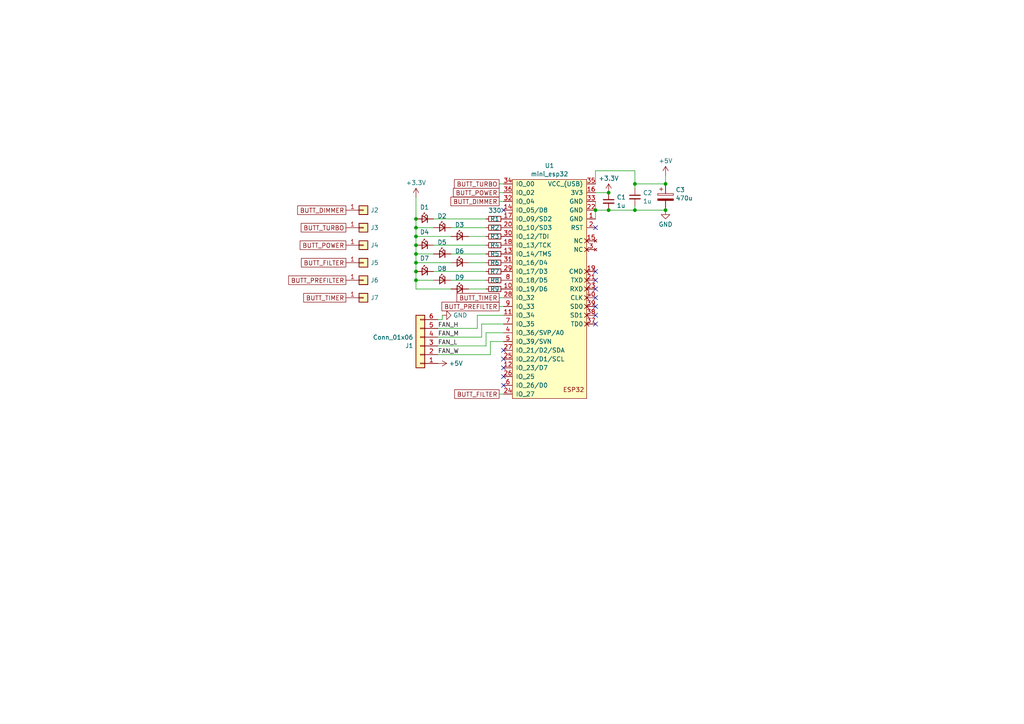
<source format=kicad_sch>
(kicad_sch (version 20230121) (generator eeschema)
  (paper "A4")
  (lib_symbols
    (symbol "Connector_Generic:Conn_01x01" (pin_names (offset 1.016) hide)
      (property "Reference" "J" (at 0 2.54 0))
      (property "Value" "Conn_01x01" (at 0 -2.54 0))
      (symbol "Conn_01x01_1_1"
        (rectangle (start -1.27 0.127) (end 0 -0.127) (stroke (width 0.1524)))
        (rectangle (start -1.27 1.27) (end 1.27 -1.27) (stroke (width 0.254)) (fill (type background)))
        (pin passive line (at -5.08 0 0) (length 3.81) (name "Pin_1") (number "1"))
      )
    )
    (symbol "Connector_Generic:Conn_01x06" (pin_names (offset 1.016) hide)
      (property "Reference" "J" (at 0 7.62 0))
      (property "Value" "Conn_01x06" (at 0 -10.16 0))
      (symbol "Conn_01x06_1_1"
        (rectangle (start -1.27 -7.493) (end 0 -7.747) (stroke (width 0.1524)))
        (rectangle (start -1.27 -4.953) (end 0 -5.207) (stroke (width 0.1524)))
        (rectangle (start -1.27 -2.413) (end 0 -2.667) (stroke (width 0.1524)))
        (rectangle (start -1.27 0.127) (end 0 -0.127) (stroke (width 0.1524)))
        (rectangle (start -1.27 2.667) (end 0 2.413) (stroke (width 0.1524)))
        (rectangle (start -1.27 5.207) (end 0 4.953) (stroke (width 0.1524)))
        (rectangle (start -1.27 6.35) (end 1.27 -8.89) (stroke (width 0.254)) (fill (type background)))
        (pin passive line (at -5.08 5.08 0) (length 3.81) (name "Pin_1") (number "1"))
        (pin passive line (at -5.08 2.54 0) (length 3.81) (name "Pin_2") (number "2"))
        (pin passive line (at -5.08 0 0) (length 3.81) (name "Pin_3") (number "3"))
        (pin passive line (at -5.08 -2.54 0) (length 3.81) (name "Pin_4") (number "4"))
        (pin passive line (at -5.08 -5.08 0) (length 3.81) (name "Pin_5") (number "5"))
        (pin passive line (at -5.08 -7.62 0) (length 3.81) (name "Pin_6") (number "6"))
      )
    )
    (symbol "Device:C_Polarized" (pin_numbers hide) (pin_names (offset 0.254))
      (property "Reference" "C" (at 0.635 2.54 0))
      (property "Value" "C_Polarized" (at 0.635 -2.54 0))
      (symbol "C_Polarized_0_1"
        (rectangle (start -2.286 0.508) (end 2.286 1.016))
        (polyline (pts (xy -1.778 2.286) (xy -0.762 2.286)))
        (polyline (pts (xy -1.27 2.794) (xy -1.27 1.778)))
        (rectangle (start 2.286 -0.508) (end -2.286 -1.016) (fill (type outline)))
      )
      (symbol "C_Polarized_1_1"
        (pin passive line (at 0 3.81 270) (length 2.794) (name "~") (number "1"))
        (pin passive line (at 0 -3.81 90) (length 2.794) (name "~") (number "2"))
      )
    )
    (symbol "Device:C_Small" (pin_numbers hide) (pin_names (offset 0.254) hide)
      (property "Reference" "C" (at 0.254 1.778 0))
      (property "Value" "C_Small" (at 0.254 -2.032 0))
      (symbol "C_Small_0_1"
        (polyline (pts (xy -1.524 -0.508) (xy 1.524 -0.508)) (stroke (width 0.3302)))
        (polyline (pts (xy -1.524 0.508) (xy 1.524 0.508)) (stroke (width 0.3048)))
      )
      (symbol "C_Small_1_1"
        (pin passive line (at 0 2.54 270) (length 2.032) (name "~") (number "1"))
        (pin passive line (at 0 -2.54 90) (length 2.032) (name "~") (number "2"))
      )
    )
    (symbol "Device:LED_Small" (pin_numbers hide) (pin_names (offset 0.254) hide)
      (property "Reference" "D" (at -1.27 3.175 0))
      (property "Value" "LED_Small" (at -4.445 -2.54 0))
      (symbol "LED_Small_0_1"
        (polyline (pts (xy -0.762 -1.016) (xy -0.762 1.016)) (stroke (width 0.254)))
        (polyline (pts (xy 1.016 0) (xy -0.762 0)))
        (polyline (pts (xy 0.762 -1.016) (xy -0.762 0) (xy 0.762 1.016) (xy 0.762 -1.016)) (stroke (width 0.254)))
        (polyline (pts (xy 0 0.762) (xy -0.508 1.27) (xy -0.254 1.27) (xy -0.508 1.27) (xy -0.508 1.016)))
        (polyline (pts (xy 0.508 1.27) (xy 0 1.778) (xy 0.254 1.778) (xy 0 1.778) (xy 0 1.524)))
      )
      (symbol "LED_Small_1_1"
        (pin passive line (at -2.54 0 0) (length 1.778) (name "K") (number "1"))
        (pin passive line (at 2.54 0 180) (length 1.778) (name "A") (number "2"))
      )
    )
    (symbol "Device:R_Small" (pin_numbers hide) (pin_names (offset 0.254) hide)
      (property "Reference" "R" (at 0.762 0.508 0))
      (property "Value" "R_Small" (at 0.762 -1.016 0))
      (symbol "R_Small_0_1"
        (rectangle (start -0.762 1.778) (end 0.762 -1.778) (stroke (width 0.2032)))
      )
      (symbol "R_Small_1_1"
        (pin passive line (at 0 2.54 270) (length 0.762) (name "~") (number "1"))
        (pin passive line (at 0 -2.54 90) (length 0.762) (name "~") (number "2"))
      )
    )
    (symbol "ESP32_mini:mini_esp32" (pin_names (offset 1.016))
      (property "Reference" "U" (at -7.62 -50.8 0))
      (property "Value" "mini_esp32" (at 5.08 -59.69 0))
      (symbol "mini_esp32_0_0"
        (text "ESP32" (at 7.62 -62.23 0) (effects (font (size 1.27 1.27))))
        (pin power_in line (at 13.97 -12.7 180) (length 2.54) (name "GND") (number "1"))
        (pin input line (at 13.97 -15.24 180) (length 2.54) (name "RST") (number "2"))
        (pin no_connect non_logic (at 13.97 -21.59 180) (length 2.54) (name "NC") (number "3"))
        (pin bidirectional line (at -12.7 -45.72 0) (length 2.54) (name "IO_36/SVP/A0") (number "4"))
        (pin bidirectional line (at -12.7 -48.26 0) (length 2.54) (name "IO_39/SVN") (number "5"))
      )
      (symbol "mini_esp32_0_1"
        (rectangle (start -10.16 -1.27) (end 11.43 -64.77) (fill (type background)))
      )
      (symbol "mini_esp32_1_1"
        (pin bidirectional line (at -12.7 -33.02 0) (length 2.54) (name "IO_19/D6") (number "10"))
        (pin bidirectional line (at -12.7 -40.64 0) (length 2.54) (name "IO_34") (number "11"))
        (pin bidirectional line (at -12.7 -55.88 0) (length 2.54) (name "IO_23/D7") (number "12"))
        (pin bidirectional line (at -12.7 -22.86 0) (length 2.54) (name "IO_14/TMS") (number "13"))
        (pin bidirectional line (at -12.7 -10.16 0) (length 2.54) (name "IO_05/D8") (number "14"))
        (pin no_connect non_logic (at 13.97 -19.05 180) (length 2.54) (name "NC") (number "15"))
        (pin power_in line (at 13.97 -5.08 180) (length 2.54) (name "3V3") (number "16"))
        (pin bidirectional line (at -12.7 -12.7 0) (length 2.54) (name "IO_09/SD2") (number "17"))
        (pin bidirectional line (at -12.7 -20.32 0) (length 2.54) (name "IO_13/TCK") (number "18"))
        (pin passive non_logic (at 13.97 -27.94 180) (length 2.54) (name "CMD") (number "19"))
        (pin bidirectional line (at -12.7 -15.24 0) (length 2.54) (name "IO_10/SD3") (number "20"))
        (pin passive non_logic (at 13.97 -30.48 180) (length 2.54) (name "TXD") (number "21"))
        (pin power_in line (at 13.97 -10.16 180) (length 2.54) (name "GND") (number "22"))
        (pin passive non_logic (at 13.97 -33.02 180) (length 2.54) (name "RXD") (number "23"))
        (pin bidirectional line (at -12.7 -63.5 0) (length 2.54) (name "IO_27") (number "24"))
        (pin bidirectional line (at -12.7 -53.34 0) (length 2.54) (name "IO_22/D1/SCL") (number "25"))
        (pin bidirectional line (at -12.7 -58.42 0) (length 2.54) (name "IO_25") (number "26"))
        (pin bidirectional line (at -12.7 -50.8 0) (length 2.54) (name "IO_21/D2/SDA") (number "27"))
        (pin bidirectional line (at -12.7 -35.56 0) (length 2.54) (name "IO_32") (number "28"))
        (pin bidirectional line (at -12.7 -27.94 0) (length 2.54) (name "IO_17/D3") (number "29"))
        (pin bidirectional line (at -12.7 -17.78 0) (length 2.54) (name "IO_12/TDI") (number "30"))
        (pin bidirectional line (at -12.7 -25.4 0) (length 2.54) (name "IO_16/D4") (number "31"))
        (pin bidirectional line (at -12.7 -7.62 0) (length 2.54) (name "IO_04") (number "32"))
        (pin power_in line (at 13.97 -7.62 180) (length 2.54) (name "GND") (number "33"))
        (pin bidirectional line (at -12.7 -2.54 0) (length 2.54) (name "IO_00") (number "34"))
        (pin power_in line (at 13.97 -2.54 180) (length 2.54) (name "VCC_(USB)") (number "35"))
        (pin bidirectional line (at -12.7 -5.08 0) (length 2.54) (name "IO_02") (number "36"))
        (pin passive non_logic (at 13.97 -43.18 180) (length 2.54) (name "TD0") (number "37"))
        (pin passive non_logic (at 13.97 -40.64 180) (length 2.54) (name "SD1") (number "38"))
        (pin passive non_logic (at 13.97 -38.1 180) (length 2.54) (name "SD0") (number "39"))
        (pin passive non_logic (at 13.97 -35.56 180) (length 2.54) (name "CLK") (number "40"))
        (pin bidirectional line (at -12.7 -60.96 0) (length 2.54) (name "IO_26/D0") (number "6"))
        (pin bidirectional line (at -12.7 -43.18 0) (length 2.54) (name "IO_35") (number "7"))
        (pin bidirectional line (at -12.7 -30.48 0) (length 2.54) (name "IO_18/D5") (number "8"))
        (pin bidirectional line (at -12.7 -38.1 0) (length 2.54) (name "IO_33") (number "9"))
      )
    )
    (symbol "power:+3.3V" (power) (pin_names (offset 0))
      (property "Value" "+3.3V" (at 0 3.556 0))
      (symbol "+3.3V_0_1"
        (polyline (pts (xy -0.762 1.27) (xy 0 2.54)))
        (polyline (pts (xy 0 0) (xy 0 2.54)))
        (polyline (pts (xy 0 2.54) (xy 0.762 1.27)))
      )
      (symbol "+3.3V_1_1"
        (pin power_in line (at 0 0 90) (length 0) hide (name "+3.3V") (number "1"))
      )
    )
    (symbol "power:+5V" (power) (pin_names (offset 0))
      (property "Value" "+5V" (at 0 3.556 0))
      (symbol "+5V_0_1"
        (polyline (pts (xy -0.762 1.27) (xy 0 2.54)))
        (polyline (pts (xy 0 0) (xy 0 2.54)))
        (polyline (pts (xy 0 2.54) (xy 0.762 1.27)))
      )
      (symbol "+5V_1_1"
        (pin power_in line (at 0 0 90) (length 0) hide (name "+5V") (number "1"))
      )
    )
    (symbol "power:GND" (power) (pin_names (offset 0))
      (property "Value" "GND" (at 0 -3.81 0))
      (symbol "GND_0_1"
        (polyline (pts (xy 0 0) (xy 0 -1.27) (xy 1.27 -1.27) (xy 0 -2.54) (xy -1.27 -1.27) (xy 0 -1.27)))
      )
      (symbol "GND_1_1"
        (pin power_in line (at 0 0 270) (length 0) hide (name "GND") (number "1"))
      )
    )
  )
  (junction (at 184.15 60.96))
  (junction (at 120.65 68.58))
  (junction (at 120.65 66.04))
  (junction (at 120.65 73.66))
  (junction (at 120.65 76.2))
  (junction (at 193.04 53.34))
  (junction (at 184.15 53.34))
  (junction (at 176.53 55.88))
  (junction (at 120.65 71.12))
  (junction (at 172.72 60.96))
  (junction (at 176.53 60.96))
  (junction (at 193.04 60.96))
  (junction (at 120.65 78.74))
  (junction (at 120.65 81.28))
  (junction (at 120.65 63.5))
  (no_connect (at 172.72 88.9))
  (no_connect (at 146.05 111.76))
  (no_connect (at 172.72 86.36))
  (no_connect (at 172.72 78.74))
  (no_connect (at 172.72 66.04))
  (no_connect (at 146.05 109.22))
  (no_connect (at 146.05 60.96))
  (no_connect (at 172.72 83.82))
  (no_connect (at 146.05 104.14))
  (no_connect (at 146.05 106.68))
  (no_connect (at 172.72 81.28))
  (no_connect (at 172.72 91.44))
  (no_connect (at 146.05 101.6))
  (no_connect (at 172.72 93.98))
  (wire (pts (xy 135.89 83.82) (xy 140.97 83.82)))
  (wire (pts (xy 127 102.87) (xy 142.24 102.87)))
  (wire (pts (xy 144.78 88.9) (xy 146.05 88.9)))
  (wire (pts (xy 172.72 49.53) (xy 172.72 53.34)))
  (wire (pts (xy 120.65 76.2) (xy 130.81 76.2)))
  (wire (pts (xy 127 97.79) (xy 139.7 97.79)))
  (wire (pts (xy 144.78 58.42) (xy 146.05 58.42)))
  (wire (pts (xy 120.65 81.28) (xy 120.65 78.74)))
  (wire (pts (xy 138.43 95.25) (xy 138.43 91.44)))
  (wire (pts (xy 130.81 81.28) (xy 140.97 81.28)))
  (wire (pts (xy 120.65 68.58) (xy 120.65 71.12)))
  (wire (pts (xy 120.65 63.5) (xy 120.65 66.04)))
  (wire (pts (xy 193.04 50.8) (xy 193.04 53.34)))
  (wire (pts (xy 120.65 66.04) (xy 120.65 68.58)))
  (wire (pts (xy 172.72 60.96) (xy 172.72 63.5)))
  (wire (pts (xy 120.65 71.12) (xy 120.65 73.66)))
  (wire (pts (xy 120.65 76.2) (xy 120.65 78.74)))
  (wire (pts (xy 120.65 66.04) (xy 125.73 66.04)))
  (wire (pts (xy 144.78 53.34) (xy 146.05 53.34)))
  (wire (pts (xy 172.72 55.88) (xy 176.53 55.88)))
  (wire (pts (xy 128.27 91.44) (xy 128.27 92.71)))
  (wire (pts (xy 184.15 59.69) (xy 184.15 60.96)))
  (wire (pts (xy 172.72 49.53) (xy 184.15 49.53)))
  (wire (pts (xy 184.15 60.96) (xy 193.04 60.96)))
  (wire (pts (xy 125.73 78.74) (xy 140.97 78.74)))
  (wire (pts (xy 130.81 66.04) (xy 140.97 66.04)))
  (wire (pts (xy 144.78 86.36) (xy 146.05 86.36)))
  (wire (pts (xy 135.89 68.58) (xy 140.97 68.58)))
  (wire (pts (xy 138.43 91.44) (xy 146.05 91.44)))
  (wire (pts (xy 120.65 57.15) (xy 120.65 63.5)))
  (wire (pts (xy 125.73 71.12) (xy 140.97 71.12)))
  (wire (pts (xy 144.78 55.88) (xy 146.05 55.88)))
  (wire (pts (xy 120.65 73.66) (xy 120.65 76.2)))
  (wire (pts (xy 172.72 58.42) (xy 172.72 60.96)))
  (wire (pts (xy 172.72 60.96) (xy 176.53 60.96)))
  (wire (pts (xy 120.65 81.28) (xy 120.65 83.82)))
  (wire (pts (xy 144.78 114.3) (xy 146.05 114.3)))
  (wire (pts (xy 120.65 73.66) (xy 125.73 73.66)))
  (wire (pts (xy 139.7 97.79) (xy 139.7 93.98)))
  (wire (pts (xy 120.65 68.58) (xy 130.81 68.58)))
  (wire (pts (xy 125.73 81.28) (xy 120.65 81.28)))
  (wire (pts (xy 142.24 102.87) (xy 142.24 99.06)))
  (wire (pts (xy 128.27 92.71) (xy 127 92.71)))
  (wire (pts (xy 140.97 100.33) (xy 140.97 96.52)))
  (wire (pts (xy 184.15 53.34) (xy 193.04 53.34)))
  (wire (pts (xy 135.89 76.2) (xy 140.97 76.2)))
  (wire (pts (xy 120.65 83.82) (xy 130.81 83.82)))
  (wire (pts (xy 138.43 95.25) (xy 127 95.25)))
  (wire (pts (xy 127 100.33) (xy 140.97 100.33)))
  (wire (pts (xy 140.97 96.52) (xy 146.05 96.52)))
  (wire (pts (xy 176.53 60.96) (xy 184.15 60.96)))
  (wire (pts (xy 139.7 93.98) (xy 146.05 93.98)))
  (wire (pts (xy 184.15 49.53) (xy 184.15 53.34)))
  (wire (pts (xy 125.73 63.5) (xy 140.97 63.5)))
  (wire (pts (xy 184.15 53.34) (xy 184.15 54.61)))
  (wire (pts (xy 130.81 73.66) (xy 140.97 73.66)))
  (wire (pts (xy 142.24 99.06) (xy 146.05 99.06)))
  (label "FAN_W" (at 127 102.87 0))
  (label "FAN_M" (at 127 97.79 0))
  (label "FAN_H" (at 127 95.25 0))
  (label "FAN_L" (at 127 100.33 0))
  (global_label "BUTT_TURBO" (shape passive) (at 144.78 53.34 180) (property "Intersheetrefs" "${INTERSHEET_REFS}" (effects hide)))
  (global_label "BUTT_PREFILTER" (shape passive) (at 144.78 88.9 180) (property "Intersheetrefs" "${INTERSHEET_REFS}" (effects hide)))
  (global_label "BUTT_DIMMER" (shape passive) (at 100.33 60.96 180) (property "Intersheetrefs" "${INTERSHEET_REFS}" (effects hide)))
  (global_label "BUTT_TURBO" (shape passive) (at 100.33 66.04 180) (property "Intersheetrefs" "${INTERSHEET_REFS}" (effects hide)))
  (global_label "BUTT_POWER" (shape passive) (at 144.78 55.88 180) (property "Intersheetrefs" "${INTERSHEET_REFS}" (effects hide)))
  (global_label "BUTT_FILTER" (shape passive) (at 144.78 114.3 180) (property "Intersheetrefs" "${INTERSHEET_REFS}" (effects hide)))
  (global_label "BUTT_DIMMER" (shape passive) (at 144.78 58.42 180) (property "Intersheetrefs" "${INTERSHEET_REFS}" (effects hide)))
  (global_label "BUTT_POWER" (shape passive) (at 100.33 71.12 180) (property "Intersheetrefs" "${INTERSHEET_REFS}" (effects hide)))
  (global_label "BUTT_TIMER" (shape passive) (at 144.78 86.36 180) (property "Intersheetrefs" "${INTERSHEET_REFS}" (effects hide)))
  (global_label "BUTT_PREFILTER" (shape passive) (at 100.33 81.28 180) (property "Intersheetrefs" "${INTERSHEET_REFS}" (effects hide)))
  (global_label "BUTT_TIMER" (shape passive) (at 100.33 86.36 180) (property "Intersheetrefs" "${INTERSHEET_REFS}" (effects hide)))
  (global_label "BUTT_FILTER" (shape passive) (at 100.33 76.2 180) (property "Intersheetrefs" "${INTERSHEET_REFS}" (effects hide)))
  (symbol (lib_id "Device:LED_Small") (at 123.19 63.5 0) (mirror y) (unit 1)
    (property "Reference" "D1" (at 123.1265 60.1289 0))
    (property "Value" "Red" (effects hide))
    (property "Footprint" "LED_SMD:LED_0603_1608Metric_Pad1.05x0.95mm_HandSolder" (effects hide))
    (property "LCSC" "C2286" (effects hide))
  )
  (symbol (lib_id "power:+5V") (at 193.04 50.8 0) (unit 1)
    (property "Reference" "#PWR03" (effects hide))
    (property "Value" "+5V" (at 193.04 46.6669 0))
  )
  (symbol (lib_id "power:GND") (at 128.27 91.44 90) (mirror x) (unit 1)
    (property "Reference" "#PWR01" (effects hide))
    (property "Value" "GND" (at 131.4449 91.44 90) (effects (justify right)))
  )
  (symbol (lib_id "Connector_Generic:Conn_01x01") (at 105.41 81.28 0) (unit 1)
    (property "Reference" "J6" (at 107.442 81.28 0) (effects (justify left)))
    (property "Value" "Conn_01x01" (effects hide))
    (property "Footprint" "TestPoint:TestPoint_THTPad_D1.5mm_Drill0.7mm" (effects hide))
  )
  (symbol (lib_id "Device:LED_Small") (at 128.27 66.04 0) (mirror y) (unit 1)
    (property "Reference" "D2" (at 128.2065 62.6689 0))
    (property "Value" "Red" (effects hide))
    (property "Footprint" "LED_SMD:LED_0603_1608Metric_Pad1.05x0.95mm_HandSolder" (effects hide))
    (property "LCSC" "C2286" (effects hide))
  )
  (symbol (lib_id "Device:C_Small") (at 176.53 58.42 0) (unit 1)
    (property "Reference" "C1" (at 178.8541 57.2142 0) (effects (justify left)))
    (property "Value" "1u" (at 178.8541 59.6384 0) (effects (justify left)))
    (property "Footprint" "Capacitor_SMD:C_0805_2012Metric_Pad1.18x1.45mm_HandSolder" (effects hide))
    (property "LCSC" "C1779" (effects hide))
  )
  (symbol (lib_id "Device:R_Small") (at 143.51 71.12 90) (unit 1)
    (property "Reference" "R4" (at 143.51 71.12 90))
    (property "Value" "330" (effects hide))
    (property "Footprint" "Resistor_SMD:R_0603_1608Metric_Pad0.98x0.95mm_HandSolder" (effects hide))
    (property "LCSC" "C23138" (effects hide))
  )
  (symbol (lib_id "Device:R_Small") (at 143.51 78.74 90) (unit 1)
    (property "Reference" "R7" (at 143.51 78.74 90))
    (property "Value" "330" (effects hide))
    (property "Footprint" "Resistor_SMD:R_0603_1608Metric_Pad0.98x0.95mm_HandSolder" (effects hide))
    (property "LCSC" "C23138" (effects hide))
  )
  (symbol (lib_id "Device:LED_Small") (at 128.27 81.28 0) (mirror y) (unit 1)
    (property "Reference" "D8" (at 128.2065 77.9089 0))
    (property "Value" "Red" (effects hide))
    (property "Footprint" "LED_SMD:LED_0603_1608Metric_Pad1.05x0.95mm_HandSolder" (effects hide))
    (property "LCSC" "C2286" (effects hide))
  )
  (symbol (lib_id "Device:R_Small") (at 143.51 66.04 90) (unit 1)
    (property "Reference" "R2" (at 143.51 66.04 90))
    (property "Value" "330" (effects hide))
    (property "Footprint" "Resistor_SMD:R_0603_1608Metric_Pad0.98x0.95mm_HandSolder" (effects hide))
    (property "LCSC" "C23138" (effects hide))
  )
  (symbol (lib_id "Device:R_Small") (at 143.51 73.66 90) (unit 1)
    (property "Reference" "R5" (at 143.51 73.66 90))
    (property "Value" "330" (effects hide))
    (property "Footprint" "Resistor_SMD:R_0603_1608Metric_Pad0.98x0.95mm_HandSolder" (effects hide))
    (property "LCSC" "C23138" (effects hide))
  )
  (symbol (lib_id "Connector_Generic:Conn_01x01") (at 105.41 86.36 0) (unit 1)
    (property "Reference" "J7" (at 107.442 86.36 0) (effects (justify left)))
    (property "Value" "Conn_01x01" (effects hide))
    (property "Footprint" "TestPoint:TestPoint_THTPad_D1.5mm_Drill0.7mm" (effects hide))
  )
  (symbol (lib_id "power:GND") (at 193.04 60.96 0) (unit 1)
    (property "Reference" "#PWR04" (effects hide))
    (property "Value" "GND" (at 193.04 65.0931 0))
  )
  (symbol (lib_id "ESP32_mini:mini_esp32") (at 158.75 50.8 0) (unit 1)
    (property "Reference" "U1" (at 159.385 48.0527 0))
    (property "Value" "mini_esp32" (at 159.385 50.4769 0))
    (property "Footprint" "ESP32_mini:ESP32_mini" (effects hide))
  )
  (symbol (lib_id "Device:C_Polarized") (at 193.04 57.15 0) (unit 1)
    (property "Reference" "C3" (at 195.961 55.0489 0) (effects (justify left)))
    (property "Value" "470u" (at 195.961 57.4731 0) (effects (justify left)))
    (property "Footprint" "Capacitor_THT:CP_Radial_D8.0mm_P3.50mm" (effects hide))
    (property "LCSC" "C6718380" (effects hide))
  )
  (symbol (lib_id "Connector_Generic:Conn_01x01") (at 105.41 60.96 0) (unit 1)
    (property "Reference" "J2" (at 107.442 60.96 0) (effects (justify left)))
    (property "Value" "Conn_01x01" (effects hide))
    (property "Footprint" "TestPoint:TestPoint_THTPad_D1.5mm_Drill0.7mm" (effects hide))
  )
  (symbol (lib_id "Device:R_Small") (at 143.51 63.5 90) (unit 1)
    (property "Reference" "R1" (at 143.51 63.5 90))
    (property "Value" "330" (at 143.51 61.0433 90))
    (property "Footprint" "Resistor_SMD:R_0603_1608Metric_Pad0.98x0.95mm_HandSolder" (effects hide))
    (property "LCSC" "C23138" (effects hide))
  )
  (symbol (lib_id "Device:C_Small") (at 184.15 57.15 0) (unit 1)
    (property "Reference" "C2" (at 186.4741 55.9442 0) (effects (justify left)))
    (property "Value" "1u" (at 186.4741 58.3684 0) (effects (justify left)))
    (property "Footprint" "Capacitor_SMD:C_0805_2012Metric_Pad1.18x1.45mm_HandSolder" (effects hide))
    (property "LCSC" "C1779" (effects hide))
  )
  (symbol (lib_id "Connector_Generic:Conn_01x01") (at 105.41 76.2 0) (unit 1)
    (property "Reference" "J5" (at 107.442 76.2 0) (effects (justify left)))
    (property "Value" "Conn_01x01" (effects hide))
    (property "Footprint" "TestPoint:TestPoint_THTPad_D1.5mm_Drill0.7mm" (effects hide))
  )
  (symbol (lib_id "power:+5V") (at 127 105.41 270) (mirror x) (unit 1)
    (property "Reference" "#PWR02" (effects hide))
    (property "Value" "+5V" (at 130.1749 105.41 90) (effects (justify left)))
  )
  (symbol (lib_id "Device:LED_Small") (at 128.27 73.66 0) (mirror y) (unit 1)
    (property "Reference" "D5" (at 128.2065 70.2889 0))
    (property "Value" "Red" (effects hide))
    (property "Footprint" "LED_SMD:LED_0603_1608Metric_Pad1.05x0.95mm_HandSolder" (effects hide))
    (property "LCSC" "C2286" (effects hide))
  )
  (symbol (lib_id "power:+3.3V") (at 176.53 55.88 0) (unit 1)
    (property "Reference" "#PWR05" (effects hide))
    (property "Value" "+3.3V" (at 176.53 51.7469 0))
  )
  (symbol (lib_id "Connector_Generic:Conn_01x01") (at 105.41 71.12 0) (unit 1)
    (property "Reference" "J4" (at 107.442 71.12 0) (effects (justify left)))
    (property "Value" "Conn_01x01" (effects hide))
    (property "Footprint" "TestPoint:TestPoint_THTPad_D1.5mm_Drill0.7mm" (effects hide))
  )
  (symbol (lib_id "Device:LED_Small") (at 133.35 68.58 0) (mirror y) (unit 1)
    (property "Reference" "D3" (at 133.2865 65.2089 0))
    (property "Value" "Red" (effects hide))
    (property "Footprint" "LED_SMD:LED_0603_1608Metric_Pad1.05x0.95mm_HandSolder" (effects hide))
    (property "LCSC" "C2286" (effects hide))
  )
  (symbol (lib_id "Device:LED_Small") (at 133.35 76.2 0) (mirror y) (unit 1)
    (property "Reference" "D6" (at 133.2865 72.8289 0))
    (property "Value" "Red" (effects hide))
    (property "Footprint" "LED_SMD:LED_0603_1608Metric_Pad1.05x0.95mm_HandSolder" (effects hide))
    (property "LCSC" "C2286" (effects hide))
  )
  (symbol (lib_id "Device:LED_Small") (at 123.19 78.74 0) (mirror y) (unit 1)
    (property "Reference" "D7" (at 123.1265 74.93 0))
    (property "Value" "Red" (effects hide))
    (property "Footprint" "LED_SMD:LED_0603_1608Metric_Pad1.05x0.95mm_HandSolder" (effects hide))
    (property "LCSC" "C2286" (effects hide))
  )
  (symbol (lib_id "Connector_Generic:Conn_01x01") (at 105.41 66.04 0) (unit 1)
    (property "Reference" "J3" (at 107.442 66.04 0) (effects (justify left)))
    (property "Value" "Conn_01x01" (effects hide))
    (property "Footprint" "TestPoint:TestPoint_THTPad_D1.5mm_Drill0.7mm" (effects hide))
  )
  (symbol (lib_id "Device:LED_Small") (at 133.35 83.82 0) (mirror y) (unit 1)
    (property "Reference" "D9" (at 133.2865 80.4489 0))
    (property "Value" "Red" (effects hide))
    (property "Footprint" "LED_SMD:LED_0603_1608Metric_Pad1.05x0.95mm_HandSolder" (effects hide))
    (property "LCSC" "C2286" (effects hide))
  )
  (symbol (lib_id "Device:R_Small") (at 143.51 81.28 90) (unit 1)
    (property "Reference" "R8" (at 143.51 81.28 90))
    (property "Value" "330" (effects hide))
    (property "Footprint" "Resistor_SMD:R_0603_1608Metric_Pad0.98x0.95mm_HandSolder" (effects hide))
    (property "LCSC" "C23138" (effects hide))
  )
  (symbol (lib_id "Device:LED_Small") (at 123.19 71.12 0) (mirror y) (unit 1)
    (property "Reference" "D4" (at 123.1265 67.31 0))
    (property "Value" "Red" (effects hide))
    (property "Footprint" "LED_SMD:LED_0603_1608Metric_Pad1.05x0.95mm_HandSolder" (effects hide))
    (property "LCSC" "C2286" (effects hide))
  )
  (symbol (lib_id "Connector_Generic:Conn_01x06") (at 121.92 100.33 180) (unit 1)
    (property "Reference" "J1" (at 119.888 100.2721 0) (effects (justify left)))
    (property "Value" "Conn_01x06" (at 119.888 97.8479 0) (effects (justify left)))
    (property "Footprint" "Connector_JST:JST_PH_S6B-PH-K_1x06_P2.00mm_Horizontal" (effects hide))
  )
  (symbol (lib_id "power:+3.3V") (at 120.65 57.15 0) (unit 1)
    (property "Reference" "#PWR06" (effects hide))
    (property "Value" "+3.3V" (at 120.65 53.0169 0))
  )
  (symbol (lib_id "Device:R_Small") (at 143.51 83.82 90) (unit 1)
    (property "Reference" "R9" (at 143.51 83.82 90))
    (property "Value" "330" (effects hide))
    (property "Footprint" "Resistor_SMD:R_0603_1608Metric_Pad0.98x0.95mm_HandSolder" (effects hide))
    (property "LCSC" "C23138" (effects hide))
  )
  (symbol (lib_id "Device:R_Small") (at 143.51 76.2 90) (unit 1)
    (property "Reference" "R6" (at 143.51 76.2 90))
    (property "Value" "330" (effects hide))
    (property "Footprint" "Resistor_SMD:R_0603_1608Metric_Pad0.98x0.95mm_HandSolder" (effects hide))
    (property "LCSC" "C23138" (effects hide))
  )
  (symbol (lib_id "Device:R_Small") (at 143.51 68.58 90) (unit 1)
    (property "Reference" "R3" (at 143.51 68.58 90))
    (property "Value" "330" (effects hide))
    (property "Footprint" "Resistor_SMD:R_0603_1608Metric_Pad0.98x0.95mm_HandSolder" (effects hide))
    (property "LCSC" "C23138" (effects hide))
  )
)
</source>
